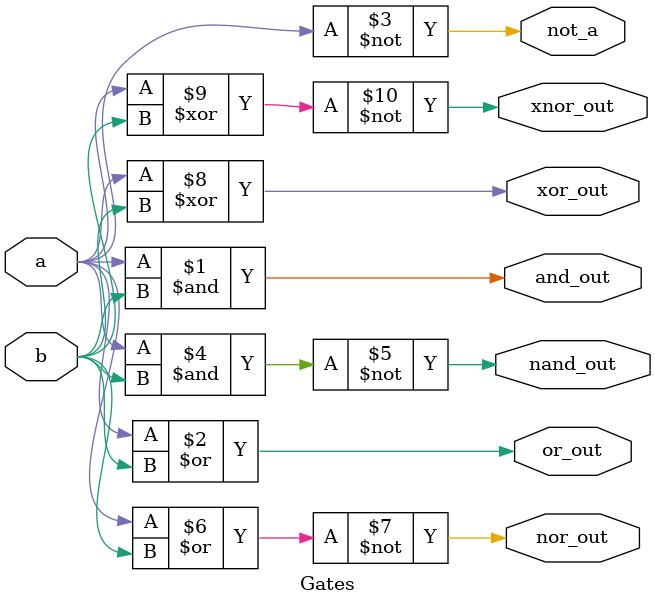
<source format=v>
`timescale 1ns / 1ps

module Gates(input a, b, output and_out, or_out, not_a, nand_out, nor_out, xor_out, xnor_out);
  assign and_out  = a & b;
  assign or_out   = a | b;
  assign not_a    = ~a;
  assign nand_out = ~(a & b);
  assign nor_out  = ~(a | b);
  assign xor_out  = a ^ b;
  assign xnor_out = ~(a ^ b);
endmodule



</source>
